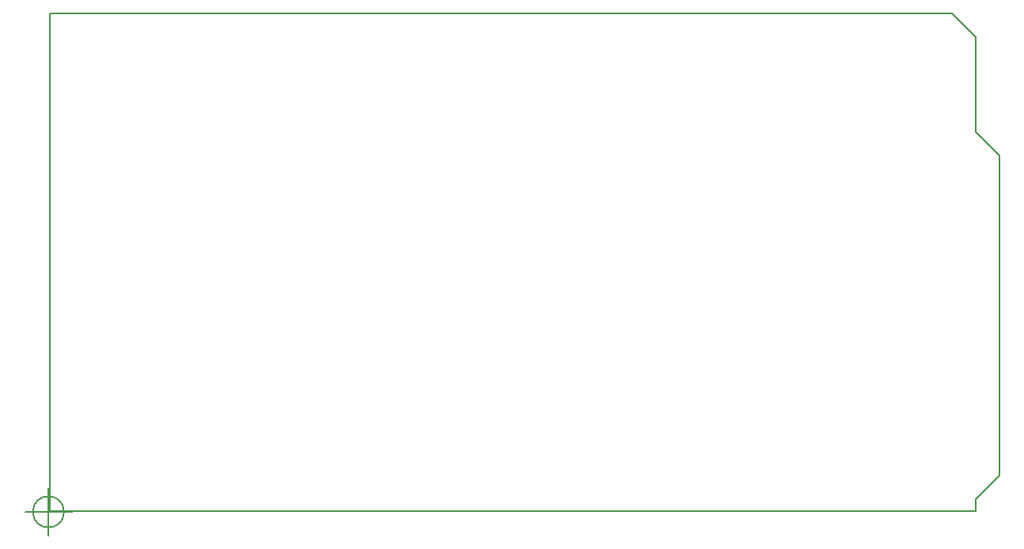
<source format=gbr>
G04 #@! TF.GenerationSoftware,KiCad,Pcbnew,(5.0.2)-1*
G04 #@! TF.CreationDate,2019-06-14T17:16:18-02:30*
G04 #@! TF.ProjectId,arduinoShield,61726475-696e-46f5-9368-69656c642e6b,rev?*
G04 #@! TF.SameCoordinates,Original*
G04 #@! TF.FileFunction,Profile,NP*
%FSLAX46Y46*%
G04 Gerber Fmt 4.6, Leading zero omitted, Abs format (unit mm)*
G04 Created by KiCad (PCBNEW (5.0.2)-1) date 6/14/2019 5:16:18 PM*
%MOMM*%
%LPD*%
G01*
G04 APERTURE LIST*
%ADD10C,0.150000*%
G04 APERTURE END LIST*
D10*
X51666666Y-150000000D02*
G75*
G03X51666666Y-150000000I-1666666J0D01*
G01*
X47500000Y-150000000D02*
X52500000Y-150000000D01*
X50000000Y-147500000D02*
X50000000Y-152500000D01*
X149188000Y-149916000D02*
X50128000Y-149916000D01*
X149188000Y-148646000D02*
X149188000Y-149916000D01*
X151728000Y-146106000D02*
X149188000Y-148646000D01*
X151728000Y-111816000D02*
X151728000Y-146106000D01*
X149188000Y-109276000D02*
X151728000Y-111816000D01*
X149188000Y-99116000D02*
X149188000Y-109276000D01*
X146648000Y-96576000D02*
X149188000Y-99116000D01*
X50128000Y-96576000D02*
X146648000Y-96576000D01*
X50128000Y-149916000D02*
X50128000Y-96576000D01*
M02*

</source>
